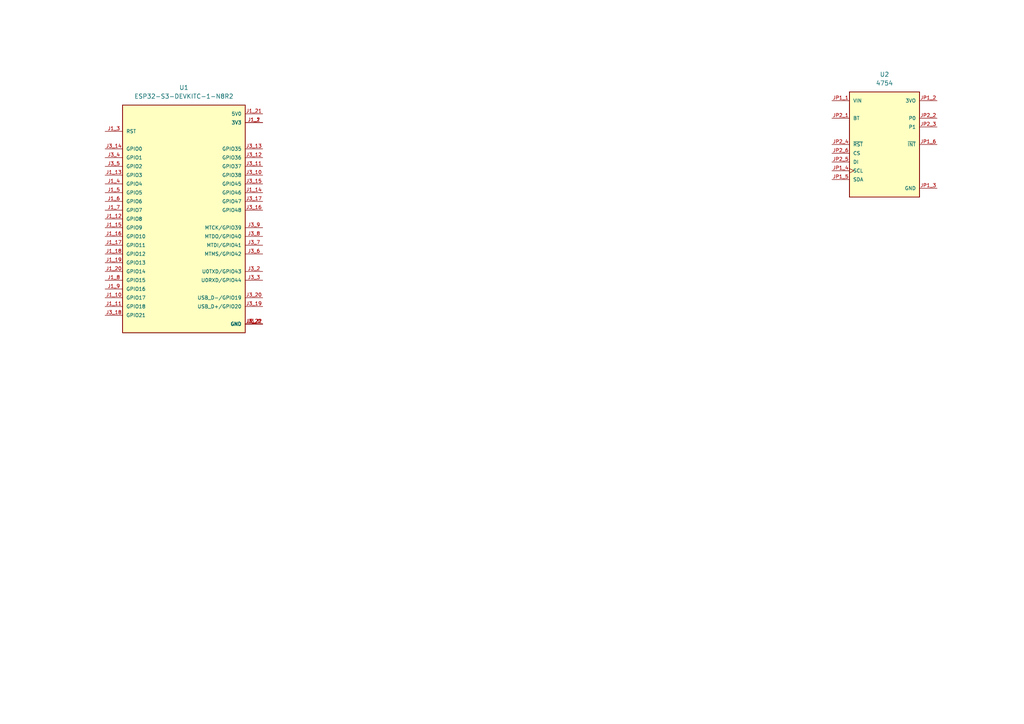
<source format=kicad_sch>
(kicad_sch (version 20230121) (generator eeschema)
  (paper "A4")
  (lib_symbols
    (symbol "BNO08x:4754" (pin_names (offset 1.016))
      (property "Reference" "U" (at -10.16 16.002 0))
      (property "Value" "4754" (at -10.16 -17.78 0))
      (symbol "4754_0_0"
        (rectangle (start -10.16 -15.24) (end 10.16 15.24) (stroke (width 0.254)) (fill (type background)))
        (pin input line (at -15.24 12.7 0) (length 5.08) (name "VIN") (number "JP1_1"))
        (pin output line (at 15.24 12.7 180) (length 5.08) (name "3VO") (number "JP1_2"))
        (pin power_in line (at 15.24 -12.7 180) (length 5.08) (name "GND") (number "JP1_3"))
        (pin bidirectional clock (at -15.24 -7.62 0) (length 5.08) (name "SCL") (number "JP1_4"))
        (pin bidirectional line (at -15.24 -10.16 0) (length 5.08) (name "SDA") (number "JP1_5"))
        (pin output line (at 15.24 0 180) (length 5.08) (name "~{INT}") (number "JP1_6"))
        (pin input line (at -15.24 7.62 0) (length 5.08) (name "BT") (number "JP2_1"))
        (pin bidirectional line (at 15.24 7.62 180) (length 5.08) (name "P0") (number "JP2_2"))
        (pin bidirectional line (at 15.24 5.08 180) (length 5.08) (name "P1") (number "JP2_3"))
        (pin input line (at -15.24 0 0) (length 5.08) (name "~{RST}") (number "JP2_4"))
        (pin input line (at -15.24 -5.08 0) (length 5.08) (name "DI") (number "JP2_5"))
        (pin input line (at -15.24 -2.54 0) (length 5.08) (name "CS") (number "JP2_6"))
      )
    )
    (symbol "esp32s3:ESP32-S3-DEVKITC-1-N8R2" (pin_names (offset 1.016))
      (property "Reference" "U" (at -17.78 35.56 0))
      (property "Value" "ESP32-S3-DEVKITC-1-N8R2" (at -17.78 -35.56 0))
      (symbol "ESP32-S3-DEVKITC-1-N8R2_0_0"
        (rectangle (start -17.78 -33.02) (end 17.78 33.02) (stroke (width 0.254)) (fill (type background)))
        (pin power_in line (at 22.86 27.94 180) (length 5.08) (name "3V3") (number "J1_1"))
        (pin bidirectional line (at -22.86 -22.86 0) (length 5.08) (name "GPIO17") (number "J1_10"))
        (pin bidirectional line (at -22.86 -25.4 0) (length 5.08) (name "GPIO18") (number "J1_11"))
        (pin bidirectional line (at -22.86 0 0) (length 5.08) (name "GPIO8") (number "J1_12"))
        (pin bidirectional line (at -22.86 12.7 0) (length 5.08) (name "GPIO3") (number "J1_13"))
        (pin bidirectional line (at 22.86 7.62 180) (length 5.08) (name "GPIO46") (number "J1_14"))
        (pin bidirectional line (at -22.86 -2.54 0) (length 5.08) (name "GPIO9") (number "J1_15"))
        (pin bidirectional line (at -22.86 -5.08 0) (length 5.08) (name "GPIO10") (number "J1_16"))
        (pin bidirectional line (at -22.86 -7.62 0) (length 5.08) (name "GPIO11") (number "J1_17"))
        (pin bidirectional line (at -22.86 -10.16 0) (length 5.08) (name "GPIO12") (number "J1_18"))
        (pin bidirectional line (at -22.86 -12.7 0) (length 5.08) (name "GPIO13") (number "J1_19"))
        (pin power_in line (at 22.86 27.94 180) (length 5.08) (name "3V3") (number "J1_2"))
        (pin bidirectional line (at -22.86 -15.24 0) (length 5.08) (name "GPIO14") (number "J1_20"))
        (pin power_in line (at 22.86 30.48 180) (length 5.08) (name "5V0") (number "J1_21"))
        (pin power_in line (at 22.86 -30.48 180) (length 5.08) (name "GND") (number "J1_22"))
        (pin input line (at -22.86 25.4 0) (length 5.08) (name "RST") (number "J1_3"))
        (pin bidirectional line (at -22.86 10.16 0) (length 5.08) (name "GPIO4") (number "J1_4"))
        (pin bidirectional line (at -22.86 7.62 0) (length 5.08) (name "GPIO5") (number "J1_5"))
        (pin bidirectional line (at -22.86 5.08 0) (length 5.08) (name "GPIO6") (number "J1_6"))
        (pin bidirectional line (at -22.86 2.54 0) (length 5.08) (name "GPIO7") (number "J1_7"))
        (pin bidirectional line (at -22.86 -17.78 0) (length 5.08) (name "GPIO15") (number "J1_8"))
        (pin bidirectional line (at -22.86 -20.32 0) (length 5.08) (name "GPIO16") (number "J1_9"))
        (pin power_in line (at 22.86 -30.48 180) (length 5.08) (name "GND") (number "J3_1"))
        (pin bidirectional line (at 22.86 12.7 180) (length 5.08) (name "GPIO38") (number "J3_10"))
        (pin bidirectional line (at 22.86 15.24 180) (length 5.08) (name "GPIO37") (number "J3_11"))
        (pin bidirectional line (at 22.86 17.78 180) (length 5.08) (name "GPIO36") (number "J3_12"))
        (pin bidirectional line (at 22.86 20.32 180) (length 5.08) (name "GPIO35") (number "J3_13"))
        (pin bidirectional line (at -22.86 20.32 0) (length 5.08) (name "GPIO0") (number "J3_14"))
        (pin bidirectional line (at 22.86 10.16 180) (length 5.08) (name "GPIO45") (number "J3_15"))
        (pin bidirectional line (at 22.86 2.54 180) (length 5.08) (name "GPIO48") (number "J3_16"))
        (pin bidirectional line (at 22.86 5.08 180) (length 5.08) (name "GPIO47") (number "J3_17"))
        (pin bidirectional line (at -22.86 -27.94 0) (length 5.08) (name "GPIO21") (number "J3_18"))
        (pin bidirectional line (at 22.86 -25.4 180) (length 5.08) (name "USB_D+/GPIO20") (number "J3_19"))
        (pin bidirectional line (at 22.86 -15.24 180) (length 5.08) (name "U0TXD/GPIO43") (number "J3_2"))
        (pin bidirectional line (at 22.86 -22.86 180) (length 5.08) (name "USB_D-/GPIO19") (number "J3_20"))
        (pin power_in line (at 22.86 -30.48 180) (length 5.08) (name "GND") (number "J3_21"))
        (pin power_in line (at 22.86 -30.48 180) (length 5.08) (name "GND") (number "J3_22"))
        (pin bidirectional line (at 22.86 -17.78 180) (length 5.08) (name "U0RXD/GPIO44") (number "J3_3"))
        (pin bidirectional line (at -22.86 17.78 0) (length 5.08) (name "GPIO1") (number "J3_4"))
        (pin bidirectional line (at -22.86 15.24 0) (length 5.08) (name "GPIO2") (number "J3_5"))
        (pin bidirectional line (at 22.86 -10.16 180) (length 5.08) (name "MTMS/GPIO42") (number "J3_6"))
        (pin bidirectional line (at 22.86 -7.62 180) (length 5.08) (name "MTDI/GPIO41") (number "J3_7"))
        (pin bidirectional line (at 22.86 -5.08 180) (length 5.08) (name "MTDO/GPIO40") (number "J3_8"))
        (pin bidirectional line (at 22.86 -2.54 180) (length 5.08) (name "MTCK/GPIO39") (number "J3_9"))
      )
    )
  )
  (symbol (lib_id "esp32s3:ESP32-S3-DEVKITC-1-N8R2") (at 53.34 63.5 0) (unit 1)
    (property "Reference" "U1" (at 53.34 25.4 0))
    (property "Value" "ESP32-S3-DEVKITC-1-N8R2" (at 53.34 27.94 0))
    (property "Footprint" "ESP32-S3-DEVKITC-1-N8R2:XCVR_ESP32-S3-DEVKITC-1-N8R2" (effects hide))
    (property "MF" "Espressif Systems" (effects hide))
    (property "Description" "\nWiFi Development Tools - 802.11 (Engineering Samples Only) ESP32-S3 General-Purpose Development Board, ESP32-S3-WROOM-1-N8R2, with Pin Header\n" (effects hide))
    (property "Package" "None" (effects hide))
    (property "Price" "None" (effects hide))
    (property "Check_prices" "https://www.snapeda.com/parts/ESP32-S3-DEVKITC-1-N8R2/Espressif+Systems/view-part/?ref=eda" (effects hide))
    (property "STANDARD" "Manufacturer Recommendations" (effects hide))
    (property "PARTREV" "V1" (effects hide))
    (property "SnapEDA_Link" "https://www.snapeda.com/parts/ESP32-S3-DEVKITC-1-N8R2/Espressif+Systems/view-part/?ref=snap" (effects hide))
    (property "MP" "ESP32-S3-DEVKITC-1-N8R2" (effects hide))
    (property "Purchase-URL" "https://www.snapeda.com/api/url_track_click_mouser/?unipart_id=8918256&manufacturer=Espressif Systems&part_name=ESP32-S3-DEVKITC-1-N8R2&search_term=None" (effects hide))
    (property "Availability" "In Stock" (effects hide))
    (property "MANUFACTURER" "Espressif" (effects hide))
  )
  (symbol (lib_id "BNO08x:4754") (at 256.54 41.91 0) (unit 1)
    (property "Reference" "U2" (at 256.54 21.59 0))
    (property "Value" "4754" (at 256.54 24.13 0))
    (property "Footprint" "4754:MODULE_4754" (effects hide))
    (property "MF" "Adafruit" (effects hide))
    (property "MAXIMUM_PACKAGE_HEIGHT" "4.6mm" (effects hide))
    (property "Package" "None" (effects hide))
    (property "Price" "None" (effects hide))
    (property "Check_prices" "https://www.snapeda.com/parts/4754/Adafruit+Industries/view-part/?ref=eda" (effects hide))
    (property "STANDARD" "Manufacturer Recommendations" (effects hide))
    (property "PARTREV" "2021-03-16" (effects hide))
    (property "SnapEDA_Link" "https://www.snapeda.com/parts/4754/Adafruit+Industries/view-part/?ref=snap" (effects hide))
    (property "MP" "4754" (effects hide))
    (property "Purchase-URL" "https://www.snapeda.com/api/url_track_click_mouser/?unipart_id=6342982&manufacturer=Adafruit&part_name=4754&search_term=adafruit bno085" (effects hide))
    (property "Description" "\nAdafruit 9-DOF Orientation IMU Fusion Breakout - BNO085 (BNO080) - STEMMA QT / Qwiic\n" (effects hide))
    (property "MANUFACTURER" "Adafruit" (effects hide))
    (property "Availability" "In Stock" (effects hide))
    (property "SNAPEDA_PN" "4754" (effects hide))
  )
)
</source>
